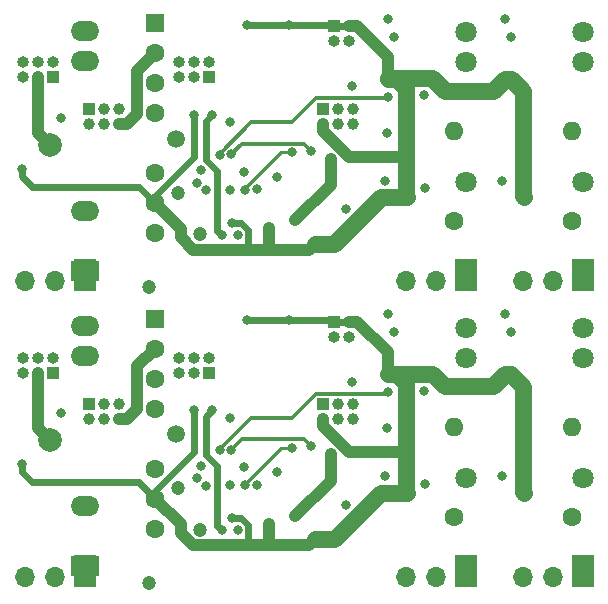
<source format=gbr>
%TF.GenerationSoftware,KiCad,Pcbnew,(5.1.10)-1*%
%TF.CreationDate,2022-01-18T18:17:05+07:00*%
%TF.ProjectId,Power_manager_v3_pnlz1x2,506f7765-725f-46d6-916e-616765725f76,rev?*%
%TF.SameCoordinates,Original*%
%TF.FileFunction,Copper,L3,Inr*%
%TF.FilePolarity,Positive*%
%FSLAX46Y46*%
G04 Gerber Fmt 4.6, Leading zero omitted, Abs format (unit mm)*
G04 Created by KiCad (PCBNEW (5.1.10)-1) date 2022-01-18 18:17:05*
%MOMM*%
%LPD*%
G01*
G04 APERTURE LIST*
%TA.AperFunction,ComponentPad*%
%ADD10R,1.000000X1.000000*%
%TD*%
%TA.AperFunction,ComponentPad*%
%ADD11O,1.000000X1.000000*%
%TD*%
%TA.AperFunction,ComponentPad*%
%ADD12R,1.900000X2.700000*%
%TD*%
%TA.AperFunction,ComponentPad*%
%ADD13O,1.700000X1.700000*%
%TD*%
%TA.AperFunction,ComponentPad*%
%ADD14O,2.400000X1.700000*%
%TD*%
%TA.AperFunction,ComponentPad*%
%ADD15R,2.400000X1.700000*%
%TD*%
%TA.AperFunction,ComponentPad*%
%ADD16R,1.600000X1.600000*%
%TD*%
%TA.AperFunction,ComponentPad*%
%ADD17C,1.600000*%
%TD*%
%TA.AperFunction,ComponentPad*%
%ADD18C,1.000000*%
%TD*%
%TA.AperFunction,ComponentPad*%
%ADD19C,2.000000*%
%TD*%
%TA.AperFunction,ComponentPad*%
%ADD20R,1.800000X1.800000*%
%TD*%
%TA.AperFunction,ComponentPad*%
%ADD21C,1.800000*%
%TD*%
%TA.AperFunction,ComponentPad*%
%ADD22O,1.600000X1.600000*%
%TD*%
%TA.AperFunction,ComponentPad*%
%ADD23C,1.500000*%
%TD*%
%TA.AperFunction,ViaPad*%
%ADD24C,0.800000*%
%TD*%
%TA.AperFunction,ViaPad*%
%ADD25C,1.200000*%
%TD*%
%TA.AperFunction,ViaPad*%
%ADD26C,1.000000*%
%TD*%
%TA.AperFunction,Conductor*%
%ADD27C,1.000000*%
%TD*%
%TA.AperFunction,Conductor*%
%ADD28C,0.600000*%
%TD*%
%TA.AperFunction,Conductor*%
%ADD29C,1.400000*%
%TD*%
%TA.AperFunction,Conductor*%
%ADD30C,0.300000*%
%TD*%
%TA.AperFunction,Conductor*%
%ADD31C,0.250000*%
%TD*%
G04 APERTURE END LIST*
D10*
%TO.N,GNDPWR*%
%TO.C,JP4*%
X87540000Y-77632000D03*
D11*
%TO.N,Net-(JP4-Pad2)*%
X87540000Y-78902000D03*
%TO.N,GNDPWR*%
X88810000Y-77632000D03*
%TO.N,/nRst*%
X88810000Y-78902000D03*
%TD*%
D12*
%TO.N,Net-(J1-Pad1)*%
%TO.C,J1*%
X66458000Y-98714000D03*
D13*
%TO.N,N/C*%
X63918000Y-99222000D03*
%TO.N,Net-(J1-Pad3)*%
X61378000Y-99222000D03*
%TD*%
D12*
%TO.N,Net-(J3-Pad1)*%
%TO.C,J3*%
X98716000Y-98714000D03*
D13*
%TO.N,N/C*%
X96176000Y-99222000D03*
%TO.N,/Load1N*%
X93636000Y-99222000D03*
%TD*%
D12*
%TO.N,Net-(J4-Pad1)*%
%TO.C,J4*%
X108622000Y-98714000D03*
D13*
%TO.N,N/C*%
X106082000Y-99222000D03*
%TO.N,/Load2N*%
X103542000Y-99222000D03*
%TD*%
D14*
%TO.N,GND1*%
%TO.C,U1*%
X66458000Y-78013000D03*
%TO.N,+5V*%
X66458000Y-80553000D03*
%TO.N,Net-(J1-Pad3)*%
X66458000Y-93253000D03*
D15*
%TO.N,Net-(J1-Pad1)*%
X66458000Y-98333000D03*
%TD*%
D16*
%TO.N,Net-(C6-Pad2)*%
%TO.C,U4*%
X72427000Y-77378000D03*
D17*
%TO.N,GND1*%
X72427000Y-79918000D03*
%TO.N,+5P*%
X72427000Y-82458000D03*
%TO.N,/+5V_state*%
X72427000Y-84998000D03*
%TO.N,Net-(JP5-Pad1)*%
X72436500Y-90078000D03*
%TO.N,GNDPWR*%
X72427000Y-92618000D03*
%TO.N,Net-(JP6-Pad1)*%
X72427000Y-95158000D03*
%TD*%
D10*
%TO.N,/+5V_state*%
%TO.C,U7*%
X66839000Y-84617000D03*
D18*
%TO.N,/I2C_Int*%
X66839000Y-85887000D03*
%TO.N,/sda0*%
X68109000Y-84617000D03*
%TO.N,/scl0*%
X68109000Y-85887000D03*
%TO.N,+5P*%
X69379000Y-84617000D03*
%TO.N,GND1*%
X69379000Y-85887000D03*
D10*
%TO.N,+3.3VP*%
X86651000Y-84617000D03*
D18*
%TO.N,GNDPWR*%
X86651000Y-85887000D03*
%TO.N,/I2C_SDA*%
X87921000Y-84617000D03*
%TO.N,/I2C_SCL*%
X87921000Y-85887000D03*
%TO.N,/+5V_valid*%
X89191000Y-84617000D03*
%TO.N,/Int*%
X89191000Y-85887000D03*
%TD*%
D19*
%TO.N,GND1*%
%TO.C,GND1*%
X63537000Y-87665000D03*
%TD*%
D20*
%TO.N,Net-(J3-Pad1)*%
%TO.C,U2*%
X98716000Y-98460000D03*
D21*
%TO.N,Net-(F1-Pad2)*%
X98716000Y-90840000D03*
%TO.N,+5VP*%
X98716000Y-80680000D03*
%TO.N,Net-(D3-Pad2)*%
X98716000Y-78140000D03*
%TD*%
D17*
%TO.N,AC*%
%TO.C,F1*%
X97700000Y-94142000D03*
D22*
%TO.N,Net-(F1-Pad2)*%
X97700000Y-86522000D03*
%TD*%
D23*
%TO.N,Net-(KP1-Pad1)*%
%TO.C,KP1*%
X74205000Y-87157000D03*
%TD*%
D10*
%TO.N,/+5V_state*%
%TO.C,J6*%
X76999000Y-81950000D03*
D11*
%TO.N,/I2C_Int*%
X76999000Y-80680000D03*
%TO.N,GND1*%
X75729000Y-81950000D03*
X75729000Y-80680000D03*
%TO.N,/scl0*%
X74459000Y-81950000D03*
%TO.N,/sda0*%
X74459000Y-80680000D03*
%TD*%
D17*
%TO.N,AC*%
%TO.C,F2*%
X107733000Y-94142000D03*
D22*
%TO.N,Net-(F2-Pad2)*%
X107733000Y-86522000D03*
%TD*%
D10*
%TO.N,+5P*%
%TO.C,J2*%
X63791000Y-81950000D03*
D11*
X63791000Y-80680000D03*
%TO.N,GND1*%
X62521000Y-81950000D03*
X62521000Y-80680000D03*
%TO.N,+5V*%
X61251000Y-81950000D03*
X61251000Y-80680000D03*
%TD*%
D20*
%TO.N,Net-(J4-Pad1)*%
%TO.C,U3*%
X108622000Y-98460000D03*
D21*
%TO.N,Net-(F2-Pad2)*%
X108622000Y-90840000D03*
%TO.N,+5VP*%
X108622000Y-80680000D03*
%TO.N,Net-(D4-Pad2)*%
X108622000Y-78140000D03*
%TD*%
D18*
%TO.N,/Int*%
%TO.C,U7*%
X89191000Y-60887000D03*
%TO.N,/+5V_valid*%
X89191000Y-59617000D03*
%TO.N,/I2C_SCL*%
X87921000Y-60887000D03*
%TO.N,/I2C_SDA*%
X87921000Y-59617000D03*
%TO.N,GNDPWR*%
X86651000Y-60887000D03*
D10*
%TO.N,+3.3VP*%
X86651000Y-59617000D03*
D18*
%TO.N,GND1*%
X69379000Y-60887000D03*
%TO.N,+5P*%
X69379000Y-59617000D03*
%TO.N,/scl0*%
X68109000Y-60887000D03*
%TO.N,/sda0*%
X68109000Y-59617000D03*
%TO.N,/I2C_Int*%
X66839000Y-60887000D03*
D10*
%TO.N,/+5V_state*%
X66839000Y-59617000D03*
%TD*%
D17*
%TO.N,Net-(JP6-Pad1)*%
%TO.C,U4*%
X72427000Y-70158000D03*
%TO.N,GNDPWR*%
X72427000Y-67618000D03*
%TO.N,Net-(JP5-Pad1)*%
X72436500Y-65078000D03*
%TO.N,/+5V_state*%
X72427000Y-59998000D03*
%TO.N,+5P*%
X72427000Y-57458000D03*
%TO.N,GND1*%
X72427000Y-54918000D03*
D16*
%TO.N,Net-(C6-Pad2)*%
X72427000Y-52378000D03*
%TD*%
D15*
%TO.N,Net-(J1-Pad1)*%
%TO.C,U1*%
X66458000Y-73333000D03*
D14*
%TO.N,Net-(J1-Pad3)*%
X66458000Y-68253000D03*
%TO.N,+5V*%
X66458000Y-55553000D03*
%TO.N,GND1*%
X66458000Y-53013000D03*
%TD*%
D13*
%TO.N,/Load2N*%
%TO.C,J4*%
X103542000Y-74222000D03*
%TO.N,N/C*%
X106082000Y-74222000D03*
D12*
%TO.N,Net-(J4-Pad1)*%
X108622000Y-73714000D03*
%TD*%
D13*
%TO.N,/Load1N*%
%TO.C,J3*%
X93636000Y-74222000D03*
%TO.N,N/C*%
X96176000Y-74222000D03*
D12*
%TO.N,Net-(J3-Pad1)*%
X98716000Y-73714000D03*
%TD*%
D13*
%TO.N,Net-(J1-Pad3)*%
%TO.C,J1*%
X61378000Y-74222000D03*
%TO.N,N/C*%
X63918000Y-74222000D03*
D12*
%TO.N,Net-(J1-Pad1)*%
X66458000Y-73714000D03*
%TD*%
D11*
%TO.N,/nRst*%
%TO.C,JP4*%
X88810000Y-53902000D03*
%TO.N,GNDPWR*%
X88810000Y-52632000D03*
%TO.N,Net-(JP4-Pad2)*%
X87540000Y-53902000D03*
D10*
%TO.N,GNDPWR*%
X87540000Y-52632000D03*
%TD*%
D11*
%TO.N,/sda0*%
%TO.C,J6*%
X74459000Y-55680000D03*
%TO.N,/scl0*%
X74459000Y-56950000D03*
%TO.N,GND1*%
X75729000Y-55680000D03*
X75729000Y-56950000D03*
%TO.N,/I2C_Int*%
X76999000Y-55680000D03*
D10*
%TO.N,/+5V_state*%
X76999000Y-56950000D03*
%TD*%
D23*
%TO.N,Net-(KP1-Pad1)*%
%TO.C,KP1*%
X74205000Y-62157000D03*
%TD*%
D22*
%TO.N,Net-(F1-Pad2)*%
%TO.C,F1*%
X97700000Y-61522000D03*
D17*
%TO.N,AC*%
X97700000Y-69142000D03*
%TD*%
D19*
%TO.N,GND1*%
%TO.C,GND1*%
X63537000Y-62665000D03*
%TD*%
D21*
%TO.N,Net-(D3-Pad2)*%
%TO.C,U2*%
X98716000Y-53140000D03*
%TO.N,+5VP*%
X98716000Y-55680000D03*
%TO.N,Net-(F1-Pad2)*%
X98716000Y-65840000D03*
D20*
%TO.N,Net-(J3-Pad1)*%
X98716000Y-73460000D03*
%TD*%
D21*
%TO.N,Net-(D4-Pad2)*%
%TO.C,U3*%
X108622000Y-53140000D03*
%TO.N,+5VP*%
X108622000Y-55680000D03*
%TO.N,Net-(F2-Pad2)*%
X108622000Y-65840000D03*
D20*
%TO.N,Net-(J4-Pad1)*%
X108622000Y-73460000D03*
%TD*%
D11*
%TO.N,+5V*%
%TO.C,J2*%
X61251000Y-55680000D03*
X61251000Y-56950000D03*
%TO.N,GND1*%
X62521000Y-55680000D03*
X62521000Y-56950000D03*
%TO.N,+5P*%
X63791000Y-55680000D03*
D10*
X63791000Y-56950000D03*
%TD*%
D22*
%TO.N,Net-(F2-Pad2)*%
%TO.C,F2*%
X107733000Y-61522000D03*
D17*
%TO.N,AC*%
X107733000Y-69142000D03*
%TD*%
D24*
%TO.N,GNDPWR*%
X102018000Y-57077000D03*
D25*
X103669000Y-67110000D03*
X93763000Y-67110000D03*
D24*
X80174000Y-52505000D03*
X92112000Y-57077000D03*
X83730000Y-52505000D03*
X103589000Y-63681000D03*
X93683000Y-63681000D03*
X61124000Y-64697000D03*
X85960945Y-71063065D03*
X82057425Y-69755425D03*
X75729000Y-60125022D03*
X78978402Y-69274063D03*
X61124000Y-89697000D03*
X85960945Y-96063065D03*
X82057425Y-94755425D03*
X75729000Y-85125022D03*
X78978402Y-94274063D03*
X102018000Y-82077000D03*
D25*
X103669000Y-92110000D03*
X93763000Y-92110000D03*
D24*
X80174000Y-77505000D03*
X92112000Y-82077000D03*
X83730000Y-77505000D03*
X103589000Y-88681000D03*
X93683000Y-88681000D03*
D25*
%TO.N,+5VP*%
X74332000Y-66729000D03*
X74332000Y-91729000D03*
%TO.N,AC*%
X71919000Y-74730000D03*
X71919000Y-99730000D03*
%TO.N,+3.3VP*%
X76257678Y-70260868D03*
D24*
X87286000Y-63834000D03*
X79412000Y-70285000D03*
D26*
X84287627Y-69071744D03*
D24*
X89064000Y-57712000D03*
D25*
X76257678Y-95260868D03*
D24*
X87286000Y-88834000D03*
X79412000Y-95285000D03*
D26*
X84287627Y-94071744D03*
D24*
X89064000Y-82712000D03*
%TO.N,Net-(C9-Pad2)*%
X88571824Y-68141826D03*
X88571824Y-93141826D03*
%TO.N,Net-(C10-Pad1)*%
X91863013Y-65712998D03*
X91863013Y-90712998D03*
%TO.N,Net-(C11-Pad2)*%
X95282337Y-66352659D03*
X95282337Y-91352659D03*
%TO.N,Net-(C12-Pad1)*%
X101764000Y-65713000D03*
X101764000Y-90713000D03*
%TO.N,/L1_o1_nEn*%
X92112000Y-58601000D03*
X77888000Y-63500679D03*
X92112000Y-83601000D03*
X77888000Y-88500679D03*
%TO.N,/L1_o2_nEn*%
X78777000Y-60760000D03*
X95160000Y-58473998D03*
X78777000Y-85760000D03*
X95160000Y-83473998D03*
%TO.N,/SPI_MOSI*%
X76361034Y-64840237D03*
X76361034Y-89840237D03*
%TO.N,/SPI_MISO*%
X76764927Y-66528876D03*
X76764927Y-91528876D03*
%TO.N,/SPI_SCLK*%
X75960803Y-65882612D03*
X75960803Y-90882612D03*
%TO.N,/SPI_SSEL*%
X79936969Y-64973799D03*
X79936969Y-89973799D03*
%TO.N,/Int*%
X85662621Y-63172012D03*
X78899241Y-63490007D03*
X85662621Y-88172012D03*
X78899241Y-88490007D03*
%TO.N,Net-(C1-Pad1)*%
X92683500Y-53521000D03*
X92683500Y-78521000D03*
%TO.N,Net-(C2-Pad1)*%
X102589500Y-53559100D03*
X102589500Y-78559100D03*
%TO.N,Net-(D1-Pad1)*%
X92175500Y-51997000D03*
X92175500Y-76997000D03*
%TO.N,Net-(D2-Pad1)*%
X102081500Y-51997000D03*
X102081500Y-76997000D03*
%TO.N,+5V*%
X64425000Y-60379000D03*
X64425000Y-85379000D03*
%TO.N,Net-(C17-Pad2)*%
X78062000Y-70285000D03*
X77279000Y-60125020D03*
X78062000Y-95285000D03*
X77279000Y-85125020D03*
%TO.N,Net-(R27-Pad2)*%
X82737978Y-65373021D03*
X92096675Y-61632675D03*
X82737978Y-90373021D03*
X92096675Y-86632675D03*
%TO.N,/I2C_SDA*%
X81069875Y-66454535D03*
X81069875Y-91454535D03*
%TO.N,/I2C_SCL*%
X84024357Y-63311990D03*
X80030639Y-66502033D03*
X84024357Y-88311990D03*
X80030639Y-91502033D03*
%TO.N,/+5V_valid*%
X78777002Y-66475002D03*
X78777002Y-91475002D03*
%TD*%
D27*
%TO.N,GND1*%
X70926999Y-56418001D02*
X72427000Y-54918000D01*
X70926999Y-60046107D02*
X70926999Y-56418001D01*
X70086106Y-60887000D02*
X70926999Y-60046107D01*
X69379000Y-60887000D02*
X70086106Y-60887000D01*
X62521000Y-61649000D02*
X63537000Y-62665000D01*
X62521000Y-56950000D02*
X62521000Y-61649000D01*
X70926999Y-56418001D02*
X72427000Y-54918000D01*
X70926999Y-60046107D02*
X70926999Y-56418001D01*
X70086106Y-60887000D02*
X70926999Y-60046107D01*
X69379000Y-60887000D02*
X70086106Y-60887000D01*
X62521000Y-61649000D02*
X63537000Y-62665000D01*
X62521000Y-56950000D02*
X62521000Y-61649000D01*
X70086106Y-85887000D02*
X70926999Y-85046107D01*
X69379000Y-85887000D02*
X70086106Y-85887000D01*
X70926999Y-85046107D02*
X70926999Y-81418001D01*
X70926999Y-81418001D02*
X72427000Y-79918000D01*
X62521000Y-86649000D02*
X63537000Y-87665000D01*
X62521000Y-81950000D02*
X62521000Y-86649000D01*
D28*
%TO.N,GNDPWR*%
X87540000Y-52632000D02*
X88810000Y-52632000D01*
X80174000Y-52505000D02*
X83730000Y-52505000D01*
X87413000Y-52505000D02*
X87540000Y-52632000D01*
X83730000Y-52505000D02*
X87413000Y-52505000D01*
D27*
X89517106Y-52632000D02*
X88810000Y-52632000D01*
X92112000Y-55226894D02*
X89517106Y-52632000D01*
X92112000Y-57077000D02*
X92112000Y-55226894D01*
D29*
X103589000Y-67030000D02*
X103669000Y-67110000D01*
X103589000Y-63681000D02*
X103589000Y-67030000D01*
X93683000Y-67030000D02*
X93763000Y-67110000D01*
X93683000Y-63681000D02*
X93683000Y-67030000D01*
D27*
X75633677Y-71560869D02*
X74586000Y-70513192D01*
X74586000Y-69777000D02*
X72427000Y-67618000D01*
X74586000Y-70513192D02*
X74586000Y-69777000D01*
X85463141Y-71560869D02*
X85960945Y-71063065D01*
X82073131Y-71560869D02*
X85463141Y-71560869D01*
X82073131Y-71560869D02*
X82073131Y-69771131D01*
X82073131Y-69771131D02*
X82057425Y-69755425D01*
X88830070Y-63681000D02*
X93683000Y-63681000D01*
X86651000Y-61501930D02*
X88830070Y-63681000D01*
X86651000Y-60887000D02*
X86651000Y-61501930D01*
D28*
X61124000Y-65332000D02*
X61124000Y-64697000D01*
X71030000Y-66221000D02*
X62013000Y-66221000D01*
X62013000Y-66221000D02*
X61124000Y-65332000D01*
X72427000Y-67618000D02*
X71030000Y-66221000D01*
D29*
X92874000Y-57077000D02*
X92112000Y-57077000D01*
X93683000Y-57886000D02*
X92874000Y-57077000D01*
X93683000Y-63681000D02*
X93683000Y-57886000D01*
X102526000Y-57077000D02*
X102018000Y-57077000D01*
X103589000Y-58140000D02*
X102526000Y-57077000D01*
X103589000Y-63681000D02*
X103589000Y-58140000D01*
D28*
X80312001Y-69852999D02*
X80312001Y-71289999D01*
X79733065Y-69274063D02*
X80312001Y-69852999D01*
X78978402Y-69274063D02*
X79733065Y-69274063D01*
X80312001Y-71289999D02*
X80041131Y-71560869D01*
D27*
X80041131Y-71560869D02*
X75633677Y-71560869D01*
X82073131Y-71560869D02*
X80041131Y-71560869D01*
D28*
X72427000Y-67618000D02*
X72427000Y-67011502D01*
X75729000Y-63709502D02*
X75729000Y-60125022D01*
X72427000Y-67011502D02*
X75729000Y-63709502D01*
D29*
X92112000Y-57077000D02*
X92142001Y-57046999D01*
X101002000Y-58093000D02*
X102018000Y-57077000D01*
X92142001Y-57046999D02*
X95891999Y-57046999D01*
X96938000Y-58093000D02*
X101002000Y-58093000D01*
X95891999Y-57046999D02*
X96938000Y-58093000D01*
X87587435Y-71063065D02*
X85960945Y-71063065D01*
X91540500Y-67110000D02*
X87587435Y-71063065D01*
X93763000Y-67110000D02*
X91540500Y-67110000D01*
D28*
X87540000Y-52632000D02*
X88810000Y-52632000D01*
X80174000Y-52505000D02*
X83730000Y-52505000D01*
X87413000Y-52505000D02*
X87540000Y-52632000D01*
X83730000Y-52505000D02*
X87413000Y-52505000D01*
D27*
X89517106Y-52632000D02*
X88810000Y-52632000D01*
X92112000Y-55226894D02*
X89517106Y-52632000D01*
X92112000Y-57077000D02*
X92112000Y-55226894D01*
D29*
X103589000Y-67030000D02*
X103669000Y-67110000D01*
X103589000Y-63681000D02*
X103589000Y-67030000D01*
X93683000Y-67030000D02*
X93763000Y-67110000D01*
X93683000Y-63681000D02*
X93683000Y-67030000D01*
D27*
X75633677Y-71560869D02*
X74586000Y-70513192D01*
X74586000Y-69777000D02*
X72427000Y-67618000D01*
X74586000Y-70513192D02*
X74586000Y-69777000D01*
X85463141Y-71560869D02*
X85960945Y-71063065D01*
X82073131Y-71560869D02*
X85463141Y-71560869D01*
X82073131Y-71560869D02*
X82073131Y-69771131D01*
X82073131Y-69771131D02*
X82057425Y-69755425D01*
X88830070Y-63681000D02*
X93683000Y-63681000D01*
X86651000Y-61501930D02*
X88830070Y-63681000D01*
X86651000Y-60887000D02*
X86651000Y-61501930D01*
D28*
X61124000Y-65332000D02*
X61124000Y-64697000D01*
X71030000Y-66221000D02*
X62013000Y-66221000D01*
X62013000Y-66221000D02*
X61124000Y-65332000D01*
X72427000Y-67618000D02*
X71030000Y-66221000D01*
D29*
X92874000Y-57077000D02*
X92112000Y-57077000D01*
X93683000Y-57886000D02*
X92874000Y-57077000D01*
X93683000Y-63681000D02*
X93683000Y-57886000D01*
X102526000Y-57077000D02*
X102018000Y-57077000D01*
X103589000Y-58140000D02*
X102526000Y-57077000D01*
X103589000Y-63681000D02*
X103589000Y-58140000D01*
D28*
X80312001Y-69852999D02*
X80312001Y-71289999D01*
X79733065Y-69274063D02*
X80312001Y-69852999D01*
X78978402Y-69274063D02*
X79733065Y-69274063D01*
X80312001Y-71289999D02*
X80041131Y-71560869D01*
D27*
X80041131Y-71560869D02*
X75633677Y-71560869D01*
X82073131Y-71560869D02*
X80041131Y-71560869D01*
D28*
X72427000Y-67618000D02*
X72427000Y-67011502D01*
X75729000Y-63709502D02*
X75729000Y-60125022D01*
X72427000Y-67011502D02*
X75729000Y-63709502D01*
D29*
X92112000Y-57077000D02*
X92142001Y-57046999D01*
X101002000Y-58093000D02*
X102018000Y-57077000D01*
X92142001Y-57046999D02*
X95891999Y-57046999D01*
X96938000Y-58093000D02*
X101002000Y-58093000D01*
X95891999Y-57046999D02*
X96938000Y-58093000D01*
X87587435Y-71063065D02*
X85960945Y-71063065D01*
X91540500Y-67110000D02*
X87587435Y-71063065D01*
X93763000Y-67110000D02*
X91540500Y-67110000D01*
D28*
X87540000Y-77632000D02*
X88810000Y-77632000D01*
X80174000Y-77505000D02*
X83730000Y-77505000D01*
X87413000Y-77505000D02*
X87540000Y-77632000D01*
X83730000Y-77505000D02*
X87413000Y-77505000D01*
D27*
X89517106Y-77632000D02*
X88810000Y-77632000D01*
X92112000Y-80226894D02*
X89517106Y-77632000D01*
X92112000Y-82077000D02*
X92112000Y-80226894D01*
D29*
X103589000Y-92030000D02*
X103669000Y-92110000D01*
X103589000Y-88681000D02*
X103589000Y-92030000D01*
X93683000Y-92030000D02*
X93763000Y-92110000D01*
X93683000Y-88681000D02*
X93683000Y-92030000D01*
D27*
X75633677Y-96560869D02*
X74586000Y-95513192D01*
X74586000Y-94777000D02*
X72427000Y-92618000D01*
X74586000Y-95513192D02*
X74586000Y-94777000D01*
X85463141Y-96560869D02*
X85960945Y-96063065D01*
X82073131Y-96560869D02*
X85463141Y-96560869D01*
D28*
X72427000Y-92618000D02*
X72427000Y-92011502D01*
X75729000Y-88709502D02*
X75729000Y-85125022D01*
X72427000Y-92011502D02*
X75729000Y-88709502D01*
D29*
X92112000Y-82077000D02*
X92142001Y-82046999D01*
X101002000Y-83093000D02*
X102018000Y-82077000D01*
X92142001Y-82046999D02*
X95891999Y-82046999D01*
X96938000Y-83093000D02*
X101002000Y-83093000D01*
X95891999Y-82046999D02*
X96938000Y-83093000D01*
X87587435Y-96063065D02*
X85960945Y-96063065D01*
X91540500Y-92110000D02*
X87587435Y-96063065D01*
X93763000Y-92110000D02*
X91540500Y-92110000D01*
D27*
X82073131Y-96560869D02*
X82073131Y-94771131D01*
X82073131Y-94771131D02*
X82057425Y-94755425D01*
X88830070Y-88681000D02*
X93683000Y-88681000D01*
X86651000Y-86501930D02*
X88830070Y-88681000D01*
X86651000Y-85887000D02*
X86651000Y-86501930D01*
D28*
X61124000Y-90332000D02*
X61124000Y-89697000D01*
X71030000Y-91221000D02*
X62013000Y-91221000D01*
X62013000Y-91221000D02*
X61124000Y-90332000D01*
X72427000Y-92618000D02*
X71030000Y-91221000D01*
D29*
X92874000Y-82077000D02*
X92112000Y-82077000D01*
X93683000Y-82886000D02*
X92874000Y-82077000D01*
X93683000Y-88681000D02*
X93683000Y-82886000D01*
X102526000Y-82077000D02*
X102018000Y-82077000D01*
X103589000Y-83140000D02*
X102526000Y-82077000D01*
X103589000Y-88681000D02*
X103589000Y-83140000D01*
D28*
X80312001Y-94852999D02*
X80312001Y-96289999D01*
X79733065Y-94274063D02*
X80312001Y-94852999D01*
X78978402Y-94274063D02*
X79733065Y-94274063D01*
X80312001Y-96289999D02*
X80041131Y-96560869D01*
D27*
X80041131Y-96560869D02*
X75633677Y-96560869D01*
X82073131Y-96560869D02*
X80041131Y-96560869D01*
%TO.N,+3.3VP*%
X87286000Y-63834000D02*
X87286000Y-66094000D01*
X84308256Y-69071744D02*
X84287627Y-69071744D01*
X87286000Y-66094000D02*
X84308256Y-69071744D01*
X87286000Y-63834000D02*
X87286000Y-66094000D01*
X84308256Y-69071744D02*
X84287627Y-69071744D01*
X87286000Y-66094000D02*
X84308256Y-69071744D01*
X87286000Y-88834000D02*
X87286000Y-91094000D01*
X84308256Y-94071744D02*
X84287627Y-94071744D01*
X87286000Y-91094000D02*
X84308256Y-94071744D01*
D30*
%TO.N,/L1_o1_nEn*%
X77888000Y-63427000D02*
X77888000Y-63500679D01*
X92112000Y-58601000D02*
X91985000Y-58728000D01*
X83984000Y-60760000D02*
X86016000Y-58728000D01*
X80555000Y-60760000D02*
X83984000Y-60760000D01*
X91985000Y-58728000D02*
X86016000Y-58728000D01*
X80555000Y-60760000D02*
X77888000Y-63427000D01*
X77888000Y-63427000D02*
X77888000Y-63500679D01*
X92112000Y-58601000D02*
X91985000Y-58728000D01*
X83984000Y-60760000D02*
X86016000Y-58728000D01*
X80555000Y-60760000D02*
X83984000Y-60760000D01*
X91985000Y-58728000D02*
X86016000Y-58728000D01*
X80555000Y-60760000D02*
X77888000Y-63427000D01*
X77888000Y-88427000D02*
X77888000Y-88500679D01*
X92112000Y-83601000D02*
X91985000Y-83728000D01*
X83984000Y-85760000D02*
X86016000Y-83728000D01*
X80555000Y-85760000D02*
X83984000Y-85760000D01*
X91985000Y-83728000D02*
X86016000Y-83728000D01*
X80555000Y-85760000D02*
X77888000Y-88427000D01*
%TO.N,/Int*%
X85052598Y-62561989D02*
X79827259Y-62561989D01*
X79827259Y-62561989D02*
X78899241Y-63490007D01*
X85662621Y-63172012D02*
X85052598Y-62561989D01*
X85052598Y-62561989D02*
X79827259Y-62561989D01*
X79827259Y-62561989D02*
X78899241Y-63490007D01*
X85662621Y-63172012D02*
X85052598Y-62561989D01*
X85052598Y-87561989D02*
X79827259Y-87561989D01*
X79827259Y-87561989D02*
X78899241Y-88490007D01*
X85662621Y-88172012D02*
X85052598Y-87561989D01*
D28*
%TO.N,Net-(C17-Pad2)*%
X76724868Y-60679152D02*
X77279000Y-60125020D01*
X77705125Y-69928125D02*
X77705125Y-64907492D01*
X76724868Y-63927235D02*
X76724868Y-60679152D01*
X78062000Y-70285000D02*
X77705125Y-69928125D01*
X77705125Y-64907492D02*
X76724868Y-63927235D01*
X76724868Y-60679152D02*
X77279000Y-60125020D01*
X77705125Y-69928125D02*
X77705125Y-64907492D01*
X76724868Y-63927235D02*
X76724868Y-60679152D01*
X78062000Y-70285000D02*
X77705125Y-69928125D01*
X77705125Y-64907492D02*
X76724868Y-63927235D01*
X76724868Y-85679152D02*
X77279000Y-85125020D01*
X77705125Y-94928125D02*
X77705125Y-89907492D01*
X76724868Y-88927235D02*
X76724868Y-85679152D01*
X78062000Y-95285000D02*
X77705125Y-94928125D01*
X77705125Y-89907492D02*
X76724868Y-88927235D01*
D31*
%TO.N,/I2C_SCL*%
X80030639Y-66364361D02*
X80030639Y-66502033D01*
X83083010Y-63311990D02*
X80030639Y-66364361D01*
X84024357Y-63311990D02*
X83083010Y-63311990D01*
X80030639Y-66364361D02*
X80030639Y-66502033D01*
X83083010Y-63311990D02*
X80030639Y-66364361D01*
X84024357Y-63311990D02*
X83083010Y-63311990D01*
X80030639Y-91364361D02*
X80030639Y-91502033D01*
X83083010Y-88311990D02*
X80030639Y-91364361D01*
X84024357Y-88311990D02*
X83083010Y-88311990D01*
%TD*%
M02*

</source>
